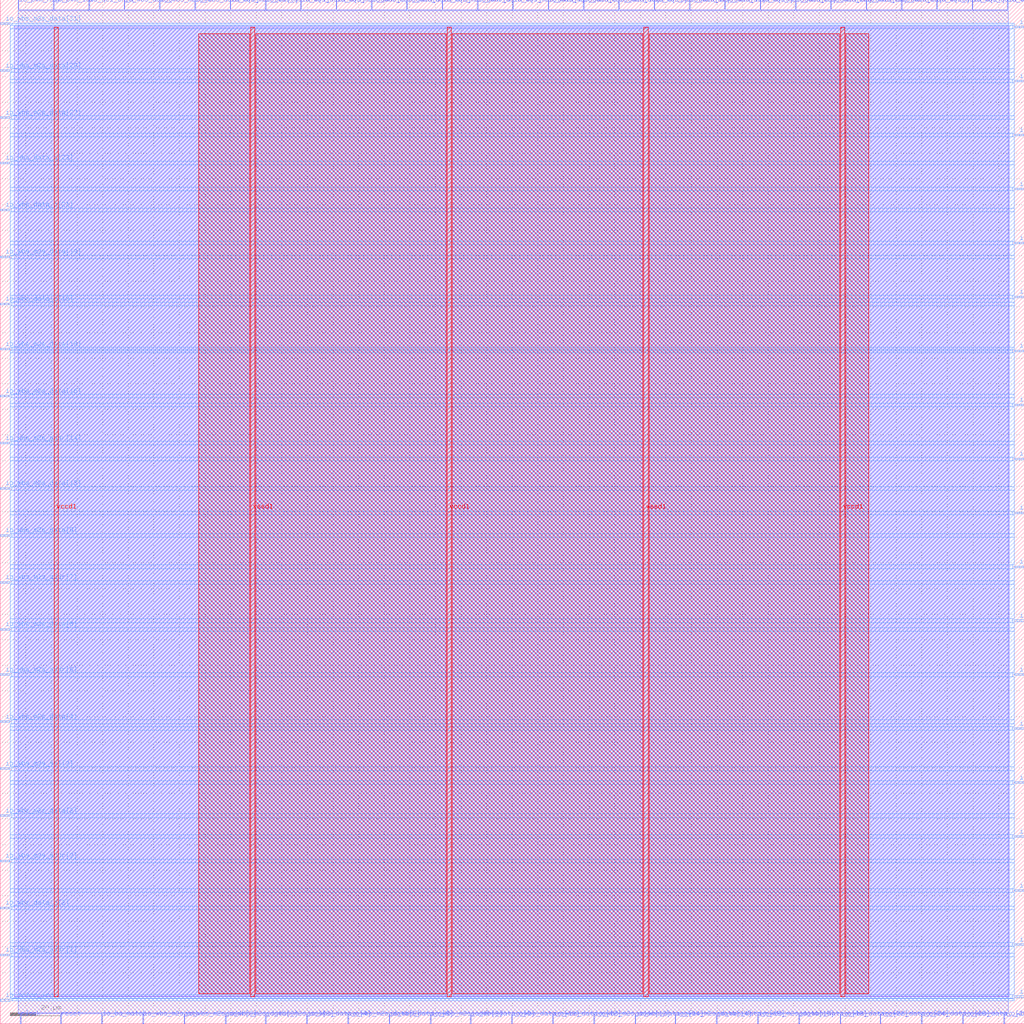
<source format=lef>
VERSION 5.7 ;
  NOWIREEXTENSIONATPIN ON ;
  DIVIDERCHAR "/" ;
  BUSBITCHARS "[]" ;
MACRO Motor_Top
  CLASS BLOCK ;
  FOREIGN Motor_Top ;
  ORIGIN 0.000 0.000 ;
  SIZE 400.000 BY 400.000 ;
  PIN clock
    DIRECTION INPUT ;
    USE SIGNAL ;
    PORT
      LAYER met2 ;
        RECT 7.910 0.000 8.190 4.000 ;
    END
  END clock
  PIN io_ba_match
    DIRECTION INPUT ;
    USE SIGNAL ;
    PORT
      LAYER met2 ;
        RECT 39.650 0.000 39.930 4.000 ;
    END
  END io_ba_match
  PIN io_motor_irq
    DIRECTION OUTPUT TRISTATE ;
    USE SIGNAL ;
    PORT
      LAYER met3 ;
        RECT 0.000 8.880 4.000 9.480 ;
    END
  END io_motor_irq
  PIN io_pwm_high
    DIRECTION OUTPUT TRISTATE ;
    USE SIGNAL ;
    PORT
      LAYER met2 ;
        RECT 6.990 396.000 7.270 400.000 ;
    END
  END io_pwm_high
  PIN io_pwm_low
    DIRECTION OUTPUT TRISTATE ;
    USE SIGNAL ;
    PORT
      LAYER met2 ;
        RECT 20.790 396.000 21.070 400.000 ;
    END
  END io_pwm_low
  PIN io_qei_ch_a
    DIRECTION INPUT ;
    USE SIGNAL ;
    PORT
      LAYER met2 ;
        RECT 34.590 396.000 34.870 400.000 ;
    END
  END io_qei_ch_a
  PIN io_qei_ch_b
    DIRECTION INPUT ;
    USE SIGNAL ;
    PORT
      LAYER met3 ;
        RECT 396.000 10.240 400.000 10.840 ;
    END
  END io_qei_ch_b
  PIN io_wbs_ack_o
    DIRECTION OUTPUT TRISTATE ;
    USE SIGNAL ;
    PORT
      LAYER met2 ;
        RECT 48.390 396.000 48.670 400.000 ;
    END
  END io_wbs_ack_o
  PIN io_wbs_data_o[0]
    DIRECTION OUTPUT TRISTATE ;
    USE SIGNAL ;
    PORT
      LAYER met2 ;
        RECT 75.990 396.000 76.270 400.000 ;
    END
  END io_wbs_data_o[0]
  PIN io_wbs_data_o[10]
    DIRECTION OUTPUT TRISTATE ;
    USE SIGNAL ;
    PORT
      LAYER met2 ;
        RECT 199.730 0.000 200.010 4.000 ;
    END
  END io_wbs_data_o[10]
  PIN io_wbs_data_o[11]
    DIRECTION OUTPUT TRISTATE ;
    USE SIGNAL ;
    PORT
      LAYER met2 ;
        RECT 241.590 396.000 241.870 400.000 ;
    END
  END io_wbs_data_o[11]
  PIN io_wbs_data_o[12]
    DIRECTION OUTPUT TRISTATE ;
    USE SIGNAL ;
    PORT
      LAYER met2 ;
        RECT 215.830 0.000 216.110 4.000 ;
    END
  END io_wbs_data_o[12]
  PIN io_wbs_data_o[13]
    DIRECTION OUTPUT TRISTATE ;
    USE SIGNAL ;
    PORT
      LAYER met3 ;
        RECT 396.000 199.280 400.000 199.880 ;
    END
  END io_wbs_data_o[13]
  PIN io_wbs_data_o[14]
    DIRECTION OUTPUT TRISTATE ;
    USE SIGNAL ;
    PORT
      LAYER met2 ;
        RECT 248.030 0.000 248.310 4.000 ;
    END
  END io_wbs_data_o[14]
  PIN io_wbs_data_o[15]
    DIRECTION OUTPUT TRISTATE ;
    USE SIGNAL ;
    PORT
      LAYER met2 ;
        RECT 279.770 0.000 280.050 4.000 ;
    END
  END io_wbs_data_o[15]
  PIN io_wbs_data_o[16]
    DIRECTION OUTPUT TRISTATE ;
    USE SIGNAL ;
    PORT
      LAYER met3 ;
        RECT 396.000 262.520 400.000 263.120 ;
    END
  END io_wbs_data_o[16]
  PIN io_wbs_data_o[17]
    DIRECTION OUTPUT TRISTATE ;
    USE SIGNAL ;
    PORT
      LAYER met3 ;
        RECT 396.000 283.600 400.000 284.200 ;
    END
  END io_wbs_data_o[17]
  PIN io_wbs_data_o[18]
    DIRECTION OUTPUT TRISTATE ;
    USE SIGNAL ;
    PORT
      LAYER met2 ;
        RECT 311.970 0.000 312.250 4.000 ;
    END
  END io_wbs_data_o[18]
  PIN io_wbs_data_o[19]
    DIRECTION OUTPUT TRISTATE ;
    USE SIGNAL ;
    PORT
      LAYER met3 ;
        RECT 0.000 280.880 4.000 281.480 ;
    END
  END io_wbs_data_o[19]
  PIN io_wbs_data_o[1]
    DIRECTION OUTPUT TRISTATE ;
    USE SIGNAL ;
    PORT
      LAYER met2 ;
        RECT 103.590 396.000 103.870 400.000 ;
    END
  END io_wbs_data_o[1]
  PIN io_wbs_data_o[20]
    DIRECTION OUTPUT TRISTATE ;
    USE SIGNAL ;
    PORT
      LAYER met2 ;
        RECT 282.990 396.000 283.270 400.000 ;
    END
  END io_wbs_data_o[20]
  PIN io_wbs_data_o[21]
    DIRECTION OUTPUT TRISTATE ;
    USE SIGNAL ;
    PORT
      LAYER met3 ;
        RECT 0.000 317.600 4.000 318.200 ;
    END
  END io_wbs_data_o[21]
  PIN io_wbs_data_o[22]
    DIRECTION OUTPUT TRISTATE ;
    USE SIGNAL ;
    PORT
      LAYER met2 ;
        RECT 328.070 0.000 328.350 4.000 ;
    END
  END io_wbs_data_o[22]
  PIN io_wbs_data_o[23]
    DIRECTION OUTPUT TRISTATE ;
    USE SIGNAL ;
    PORT
      LAYER met3 ;
        RECT 0.000 335.960 4.000 336.560 ;
    END
  END io_wbs_data_o[23]
  PIN io_wbs_data_o[24]
    DIRECTION OUTPUT TRISTATE ;
    USE SIGNAL ;
    PORT
      LAYER met2 ;
        RECT 343.710 0.000 343.990 4.000 ;
    END
  END io_wbs_data_o[24]
  PIN io_wbs_data_o[25]
    DIRECTION OUTPUT TRISTATE ;
    USE SIGNAL ;
    PORT
      LAYER met2 ;
        RECT 359.810 0.000 360.090 4.000 ;
    END
  END io_wbs_data_o[25]
  PIN io_wbs_data_o[26]
    DIRECTION OUTPUT TRISTATE ;
    USE SIGNAL ;
    PORT
      LAYER met2 ;
        RECT 351.990 396.000 352.270 400.000 ;
    END
  END io_wbs_data_o[26]
  PIN io_wbs_data_o[27]
    DIRECTION OUTPUT TRISTATE ;
    USE SIGNAL ;
    PORT
      LAYER met2 ;
        RECT 365.790 396.000 366.070 400.000 ;
    END
  END io_wbs_data_o[27]
  PIN io_wbs_data_o[28]
    DIRECTION OUTPUT TRISTATE ;
    USE SIGNAL ;
    PORT
      LAYER met2 ;
        RECT 375.910 0.000 376.190 4.000 ;
    END
  END io_wbs_data_o[28]
  PIN io_wbs_data_o[29]
    DIRECTION OUTPUT TRISTATE ;
    USE SIGNAL ;
    PORT
      LAYER met2 ;
        RECT 379.590 396.000 379.870 400.000 ;
    END
  END io_wbs_data_o[29]
  PIN io_wbs_data_o[2]
    DIRECTION OUTPUT TRISTATE ;
    USE SIGNAL ;
    PORT
      LAYER met3 ;
        RECT 0.000 44.920 4.000 45.520 ;
    END
  END io_wbs_data_o[2]
  PIN io_wbs_data_o[30]
    DIRECTION OUTPUT TRISTATE ;
    USE SIGNAL ;
    PORT
      LAYER met2 ;
        RECT 393.390 396.000 393.670 400.000 ;
    END
  END io_wbs_data_o[30]
  PIN io_wbs_data_o[31]
    DIRECTION OUTPUT TRISTATE ;
    USE SIGNAL ;
    PORT
      LAYER met3 ;
        RECT 396.000 389.000 400.000 389.600 ;
    END
  END io_wbs_data_o[31]
  PIN io_wbs_data_o[3]
    DIRECTION OUTPUT TRISTATE ;
    USE SIGNAL ;
    PORT
      LAYER met2 ;
        RECT 117.390 396.000 117.670 400.000 ;
    END
  END io_wbs_data_o[3]
  PIN io_wbs_data_o[4]
    DIRECTION OUTPUT TRISTATE ;
    USE SIGNAL ;
    PORT
      LAYER met2 ;
        RECT 119.690 0.000 119.970 4.000 ;
    END
  END io_wbs_data_o[4]
  PIN io_wbs_data_o[5]
    DIRECTION OUTPUT TRISTATE ;
    USE SIGNAL ;
    PORT
      LAYER met2 ;
        RECT 158.790 396.000 159.070 400.000 ;
    END
  END io_wbs_data_o[5]
  PIN io_wbs_data_o[6]
    DIRECTION OUTPUT TRISTATE ;
    USE SIGNAL ;
    PORT
      LAYER met3 ;
        RECT 396.000 93.880 400.000 94.480 ;
    END
  END io_wbs_data_o[6]
  PIN io_wbs_data_o[7]
    DIRECTION OUTPUT TRISTATE ;
    USE SIGNAL ;
    PORT
      LAYER met2 ;
        RECT 186.390 396.000 186.670 400.000 ;
    END
  END io_wbs_data_o[7]
  PIN io_wbs_data_o[8]
    DIRECTION OUTPUT TRISTATE ;
    USE SIGNAL ;
    PORT
      LAYER met2 ;
        RECT 151.890 0.000 152.170 4.000 ;
    END
  END io_wbs_data_o[8]
  PIN io_wbs_data_o[9]
    DIRECTION OUTPUT TRISTATE ;
    USE SIGNAL ;
    PORT
      LAYER met2 ;
        RECT 183.630 0.000 183.910 4.000 ;
    END
  END io_wbs_data_o[9]
  PIN io_wbs_m2s_addr[0]
    DIRECTION INPUT ;
    USE SIGNAL ;
    PORT
      LAYER met2 ;
        RECT 71.850 0.000 72.130 4.000 ;
    END
  END io_wbs_m2s_addr[0]
  PIN io_wbs_m2s_addr[10]
    DIRECTION INPUT ;
    USE SIGNAL ;
    PORT
      LAYER met3 ;
        RECT 396.000 136.040 400.000 136.640 ;
    END
  END io_wbs_m2s_addr[10]
  PIN io_wbs_m2s_addr[11]
    DIRECTION INPUT ;
    USE SIGNAL ;
    PORT
      LAYER met3 ;
        RECT 396.000 157.120 400.000 157.720 ;
    END
  END io_wbs_m2s_addr[11]
  PIN io_wbs_m2s_addr[12]
    DIRECTION INPUT ;
    USE SIGNAL ;
    PORT
      LAYER met2 ;
        RECT 231.930 0.000 232.210 4.000 ;
    END
  END io_wbs_m2s_addr[12]
  PIN io_wbs_m2s_addr[13]
    DIRECTION INPUT ;
    USE SIGNAL ;
    PORT
      LAYER met3 ;
        RECT 396.000 220.360 400.000 220.960 ;
    END
  END io_wbs_m2s_addr[13]
  PIN io_wbs_m2s_addr[14]
    DIRECTION INPUT ;
    USE SIGNAL ;
    PORT
      LAYER met3 ;
        RECT 0.000 226.480 4.000 227.080 ;
    END
  END io_wbs_m2s_addr[14]
  PIN io_wbs_m2s_addr[15]
    DIRECTION INPUT ;
    USE SIGNAL ;
    PORT
      LAYER met3 ;
        RECT 396.000 241.440 400.000 242.040 ;
    END
  END io_wbs_m2s_addr[15]
  PIN io_wbs_m2s_addr[1]
    DIRECTION INPUT ;
    USE SIGNAL ;
    PORT
      LAYER met3 ;
        RECT 0.000 26.560 4.000 27.160 ;
    END
  END io_wbs_m2s_addr[1]
  PIN io_wbs_m2s_addr[2]
    DIRECTION INPUT ;
    USE SIGNAL ;
    PORT
      LAYER met3 ;
        RECT 0.000 63.280 4.000 63.880 ;
    END
  END io_wbs_m2s_addr[2]
  PIN io_wbs_m2s_addr[3]
    DIRECTION INPUT ;
    USE SIGNAL ;
    PORT
      LAYER met2 ;
        RECT 131.190 396.000 131.470 400.000 ;
    END
  END io_wbs_m2s_addr[3]
  PIN io_wbs_m2s_addr[4]
    DIRECTION INPUT ;
    USE SIGNAL ;
    PORT
      LAYER met3 ;
        RECT 396.000 72.800 400.000 73.400 ;
    END
  END io_wbs_m2s_addr[4]
  PIN io_wbs_m2s_addr[5]
    DIRECTION INPUT ;
    USE SIGNAL ;
    PORT
      LAYER met2 ;
        RECT 172.590 396.000 172.870 400.000 ;
    END
  END io_wbs_m2s_addr[5]
  PIN io_wbs_m2s_addr[6]
    DIRECTION INPUT ;
    USE SIGNAL ;
    PORT
      LAYER met3 ;
        RECT 0.000 136.040 4.000 136.640 ;
    END
  END io_wbs_m2s_addr[6]
  PIN io_wbs_m2s_addr[7]
    DIRECTION INPUT ;
    USE SIGNAL ;
    PORT
      LAYER met3 ;
        RECT 0.000 172.080 4.000 172.680 ;
    END
  END io_wbs_m2s_addr[7]
  PIN io_wbs_m2s_addr[8]
    DIRECTION INPUT ;
    USE SIGNAL ;
    PORT
      LAYER met2 ;
        RECT 167.990 0.000 168.270 4.000 ;
    END
  END io_wbs_m2s_addr[8]
  PIN io_wbs_m2s_addr[9]
    DIRECTION INPUT ;
    USE SIGNAL ;
    PORT
      LAYER met3 ;
        RECT 396.000 114.960 400.000 115.560 ;
    END
  END io_wbs_m2s_addr[9]
  PIN io_wbs_m2s_data[0]
    DIRECTION INPUT ;
    USE SIGNAL ;
    PORT
      LAYER met2 ;
        RECT 87.950 0.000 88.230 4.000 ;
    END
  END io_wbs_m2s_data[0]
  PIN io_wbs_m2s_data[10]
    DIRECTION INPUT ;
    USE SIGNAL ;
    PORT
      LAYER met2 ;
        RECT 227.790 396.000 228.070 400.000 ;
    END
  END io_wbs_m2s_data[10]
  PIN io_wbs_m2s_data[11]
    DIRECTION INPUT ;
    USE SIGNAL ;
    PORT
      LAYER met3 ;
        RECT 396.000 178.200 400.000 178.800 ;
    END
  END io_wbs_m2s_data[11]
  PIN io_wbs_m2s_data[12]
    DIRECTION INPUT ;
    USE SIGNAL ;
    PORT
      LAYER met2 ;
        RECT 255.390 396.000 255.670 400.000 ;
    END
  END io_wbs_m2s_data[12]
  PIN io_wbs_m2s_data[13]
    DIRECTION INPUT ;
    USE SIGNAL ;
    PORT
      LAYER met3 ;
        RECT 0.000 208.800 4.000 209.400 ;
    END
  END io_wbs_m2s_data[13]
  PIN io_wbs_m2s_data[14]
    DIRECTION INPUT ;
    USE SIGNAL ;
    PORT
      LAYER met2 ;
        RECT 263.670 0.000 263.950 4.000 ;
    END
  END io_wbs_m2s_data[14]
  PIN io_wbs_m2s_data[15]
    DIRECTION INPUT ;
    USE SIGNAL ;
    PORT
      LAYER met2 ;
        RECT 295.870 0.000 296.150 4.000 ;
    END
  END io_wbs_m2s_data[15]
  PIN io_wbs_m2s_data[16]
    DIRECTION INPUT ;
    USE SIGNAL ;
    PORT
      LAYER met3 ;
        RECT 0.000 244.840 4.000 245.440 ;
    END
  END io_wbs_m2s_data[16]
  PIN io_wbs_m2s_data[17]
    DIRECTION INPUT ;
    USE SIGNAL ;
    PORT
      LAYER met2 ;
        RECT 269.190 396.000 269.470 400.000 ;
    END
  END io_wbs_m2s_data[17]
  PIN io_wbs_m2s_data[18]
    DIRECTION INPUT ;
    USE SIGNAL ;
    PORT
      LAYER met3 ;
        RECT 0.000 263.200 4.000 263.800 ;
    END
  END io_wbs_m2s_data[18]
  PIN io_wbs_m2s_data[19]
    DIRECTION INPUT ;
    USE SIGNAL ;
    PORT
      LAYER met3 ;
        RECT 0.000 299.240 4.000 299.840 ;
    END
  END io_wbs_m2s_data[19]
  PIN io_wbs_m2s_data[1]
    DIRECTION INPUT ;
    USE SIGNAL ;
    PORT
      LAYER met3 ;
        RECT 396.000 30.640 400.000 31.240 ;
    END
  END io_wbs_m2s_data[1]
  PIN io_wbs_m2s_data[20]
    DIRECTION INPUT ;
    USE SIGNAL ;
    PORT
      LAYER met3 ;
        RECT 396.000 304.680 400.000 305.280 ;
    END
  END io_wbs_m2s_data[20]
  PIN io_wbs_m2s_data[21]
    DIRECTION INPUT ;
    USE SIGNAL ;
    PORT
      LAYER met2 ;
        RECT 296.790 396.000 297.070 400.000 ;
    END
  END io_wbs_m2s_data[21]
  PIN io_wbs_m2s_data[22]
    DIRECTION INPUT ;
    USE SIGNAL ;
    PORT
      LAYER met2 ;
        RECT 310.590 396.000 310.870 400.000 ;
    END
  END io_wbs_m2s_data[22]
  PIN io_wbs_m2s_data[23]
    DIRECTION INPUT ;
    USE SIGNAL ;
    PORT
      LAYER met3 ;
        RECT 396.000 325.760 400.000 326.360 ;
    END
  END io_wbs_m2s_data[23]
  PIN io_wbs_m2s_data[24]
    DIRECTION INPUT ;
    USE SIGNAL ;
    PORT
      LAYER met2 ;
        RECT 324.390 396.000 324.670 400.000 ;
    END
  END io_wbs_m2s_data[24]
  PIN io_wbs_m2s_data[25]
    DIRECTION INPUT ;
    USE SIGNAL ;
    PORT
      LAYER met2 ;
        RECT 338.190 396.000 338.470 400.000 ;
    END
  END io_wbs_m2s_data[25]
  PIN io_wbs_m2s_data[26]
    DIRECTION INPUT ;
    USE SIGNAL ;
    PORT
      LAYER met3 ;
        RECT 396.000 346.840 400.000 347.440 ;
    END
  END io_wbs_m2s_data[26]
  PIN io_wbs_m2s_data[27]
    DIRECTION INPUT ;
    USE SIGNAL ;
    PORT
      LAYER met3 ;
        RECT 0.000 353.640 4.000 354.240 ;
    END
  END io_wbs_m2s_data[27]
  PIN io_wbs_m2s_data[28]
    DIRECTION INPUT ;
    USE SIGNAL ;
    PORT
      LAYER met2 ;
        RECT 392.010 0.000 392.290 4.000 ;
    END
  END io_wbs_m2s_data[28]
  PIN io_wbs_m2s_data[29]
    DIRECTION INPUT ;
    USE SIGNAL ;
    PORT
      LAYER met3 ;
        RECT 0.000 372.000 4.000 372.600 ;
    END
  END io_wbs_m2s_data[29]
  PIN io_wbs_m2s_data[2]
    DIRECTION INPUT ;
    USE SIGNAL ;
    PORT
      LAYER met3 ;
        RECT 0.000 80.960 4.000 81.560 ;
    END
  END io_wbs_m2s_data[2]
  PIN io_wbs_m2s_data[30]
    DIRECTION INPUT ;
    USE SIGNAL ;
    PORT
      LAYER met3 ;
        RECT 396.000 367.920 400.000 368.520 ;
    END
  END io_wbs_m2s_data[30]
  PIN io_wbs_m2s_data[31]
    DIRECTION INPUT ;
    USE SIGNAL ;
    PORT
      LAYER met3 ;
        RECT 0.000 390.360 4.000 390.960 ;
    END
  END io_wbs_m2s_data[31]
  PIN io_wbs_m2s_data[3]
    DIRECTION INPUT ;
    USE SIGNAL ;
    PORT
      LAYER met2 ;
        RECT 144.990 396.000 145.270 400.000 ;
    END
  END io_wbs_m2s_data[3]
  PIN io_wbs_m2s_data[4]
    DIRECTION INPUT ;
    USE SIGNAL ;
    PORT
      LAYER met3 ;
        RECT 0.000 117.680 4.000 118.280 ;
    END
  END io_wbs_m2s_data[4]
  PIN io_wbs_m2s_data[5]
    DIRECTION INPUT ;
    USE SIGNAL ;
    PORT
      LAYER met2 ;
        RECT 135.790 0.000 136.070 4.000 ;
    END
  END io_wbs_m2s_data[5]
  PIN io_wbs_m2s_data[6]
    DIRECTION INPUT ;
    USE SIGNAL ;
    PORT
      LAYER met3 ;
        RECT 0.000 153.720 4.000 154.320 ;
    END
  END io_wbs_m2s_data[6]
  PIN io_wbs_m2s_data[7]
    DIRECTION INPUT ;
    USE SIGNAL ;
    PORT
      LAYER met2 ;
        RECT 200.190 396.000 200.470 400.000 ;
    END
  END io_wbs_m2s_data[7]
  PIN io_wbs_m2s_data[8]
    DIRECTION INPUT ;
    USE SIGNAL ;
    PORT
      LAYER met2 ;
        RECT 213.990 396.000 214.270 400.000 ;
    END
  END io_wbs_m2s_data[8]
  PIN io_wbs_m2s_data[9]
    DIRECTION INPUT ;
    USE SIGNAL ;
    PORT
      LAYER met3 ;
        RECT 0.000 190.440 4.000 191.040 ;
    END
  END io_wbs_m2s_data[9]
  PIN io_wbs_m2s_sel[0]
    DIRECTION INPUT ;
    USE SIGNAL ;
    PORT
      LAYER met2 ;
        RECT 89.790 396.000 90.070 400.000 ;
    END
  END io_wbs_m2s_sel[0]
  PIN io_wbs_m2s_sel[1]
    DIRECTION INPUT ;
    USE SIGNAL ;
    PORT
      LAYER met3 ;
        RECT 396.000 51.720 400.000 52.320 ;
    END
  END io_wbs_m2s_sel[1]
  PIN io_wbs_m2s_sel[2]
    DIRECTION INPUT ;
    USE SIGNAL ;
    PORT
      LAYER met3 ;
        RECT 0.000 99.320 4.000 99.920 ;
    END
  END io_wbs_m2s_sel[2]
  PIN io_wbs_m2s_sel[3]
    DIRECTION INPUT ;
    USE SIGNAL ;
    PORT
      LAYER met2 ;
        RECT 103.590 0.000 103.870 4.000 ;
    END
  END io_wbs_m2s_sel[3]
  PIN io_wbs_m2s_stb
    DIRECTION INPUT ;
    USE SIGNAL ;
    PORT
      LAYER met2 ;
        RECT 55.750 0.000 56.030 4.000 ;
    END
  END io_wbs_m2s_stb
  PIN io_wbs_m2s_we
    DIRECTION INPUT ;
    USE SIGNAL ;
    PORT
      LAYER met2 ;
        RECT 62.190 396.000 62.470 400.000 ;
    END
  END io_wbs_m2s_we
  PIN reset
    DIRECTION INPUT ;
    USE SIGNAL ;
    PORT
      LAYER met2 ;
        RECT 23.550 0.000 23.830 4.000 ;
    END
  END reset
  PIN vccd1
    DIRECTION INPUT ;
    USE POWER ;
    PORT
      LAYER met4 ;
        RECT 21.040 10.640 22.640 389.200 ;
    END
    PORT
      LAYER met4 ;
        RECT 174.640 10.640 176.240 389.200 ;
    END
    PORT
      LAYER met4 ;
        RECT 328.240 10.640 329.840 389.200 ;
    END
  END vccd1
  PIN vssd1
    DIRECTION INPUT ;
    USE GROUND ;
    PORT
      LAYER met4 ;
        RECT 97.840 10.640 99.440 389.200 ;
    END
    PORT
      LAYER met4 ;
        RECT 251.440 10.640 253.040 389.200 ;
    END
  END vssd1
  OBS
      LAYER li1 ;
        RECT 5.520 10.795 394.220 389.045 ;
      LAYER met1 ;
        RECT 5.520 10.640 394.220 389.600 ;
      LAYER met2 ;
        RECT 7.550 395.720 20.510 396.000 ;
        RECT 21.350 395.720 34.310 396.000 ;
        RECT 35.150 395.720 48.110 396.000 ;
        RECT 48.950 395.720 61.910 396.000 ;
        RECT 62.750 395.720 75.710 396.000 ;
        RECT 76.550 395.720 89.510 396.000 ;
        RECT 90.350 395.720 103.310 396.000 ;
        RECT 104.150 395.720 117.110 396.000 ;
        RECT 117.950 395.720 130.910 396.000 ;
        RECT 131.750 395.720 144.710 396.000 ;
        RECT 145.550 395.720 158.510 396.000 ;
        RECT 159.350 395.720 172.310 396.000 ;
        RECT 173.150 395.720 186.110 396.000 ;
        RECT 186.950 395.720 199.910 396.000 ;
        RECT 200.750 395.720 213.710 396.000 ;
        RECT 214.550 395.720 227.510 396.000 ;
        RECT 228.350 395.720 241.310 396.000 ;
        RECT 242.150 395.720 255.110 396.000 ;
        RECT 255.950 395.720 268.910 396.000 ;
        RECT 269.750 395.720 282.710 396.000 ;
        RECT 283.550 395.720 296.510 396.000 ;
        RECT 297.350 395.720 310.310 396.000 ;
        RECT 311.150 395.720 324.110 396.000 ;
        RECT 324.950 395.720 337.910 396.000 ;
        RECT 338.750 395.720 351.710 396.000 ;
        RECT 352.550 395.720 365.510 396.000 ;
        RECT 366.350 395.720 379.310 396.000 ;
        RECT 380.150 395.720 393.110 396.000 ;
        RECT 6.990 4.280 393.660 395.720 ;
        RECT 6.990 4.000 7.630 4.280 ;
        RECT 8.470 4.000 23.270 4.280 ;
        RECT 24.110 4.000 39.370 4.280 ;
        RECT 40.210 4.000 55.470 4.280 ;
        RECT 56.310 4.000 71.570 4.280 ;
        RECT 72.410 4.000 87.670 4.280 ;
        RECT 88.510 4.000 103.310 4.280 ;
        RECT 104.150 4.000 119.410 4.280 ;
        RECT 120.250 4.000 135.510 4.280 ;
        RECT 136.350 4.000 151.610 4.280 ;
        RECT 152.450 4.000 167.710 4.280 ;
        RECT 168.550 4.000 183.350 4.280 ;
        RECT 184.190 4.000 199.450 4.280 ;
        RECT 200.290 4.000 215.550 4.280 ;
        RECT 216.390 4.000 231.650 4.280 ;
        RECT 232.490 4.000 247.750 4.280 ;
        RECT 248.590 4.000 263.390 4.280 ;
        RECT 264.230 4.000 279.490 4.280 ;
        RECT 280.330 4.000 295.590 4.280 ;
        RECT 296.430 4.000 311.690 4.280 ;
        RECT 312.530 4.000 327.790 4.280 ;
        RECT 328.630 4.000 343.430 4.280 ;
        RECT 344.270 4.000 359.530 4.280 ;
        RECT 360.370 4.000 375.630 4.280 ;
        RECT 376.470 4.000 391.730 4.280 ;
        RECT 392.570 4.000 393.660 4.280 ;
      LAYER met3 ;
        RECT 4.400 390.000 396.000 390.825 ;
        RECT 4.400 389.960 395.600 390.000 ;
        RECT 4.000 388.600 395.600 389.960 ;
        RECT 4.000 373.000 396.000 388.600 ;
        RECT 4.400 371.600 396.000 373.000 ;
        RECT 4.000 368.920 396.000 371.600 ;
        RECT 4.000 367.520 395.600 368.920 ;
        RECT 4.000 354.640 396.000 367.520 ;
        RECT 4.400 353.240 396.000 354.640 ;
        RECT 4.000 347.840 396.000 353.240 ;
        RECT 4.000 346.440 395.600 347.840 ;
        RECT 4.000 336.960 396.000 346.440 ;
        RECT 4.400 335.560 396.000 336.960 ;
        RECT 4.000 326.760 396.000 335.560 ;
        RECT 4.000 325.360 395.600 326.760 ;
        RECT 4.000 318.600 396.000 325.360 ;
        RECT 4.400 317.200 396.000 318.600 ;
        RECT 4.000 305.680 396.000 317.200 ;
        RECT 4.000 304.280 395.600 305.680 ;
        RECT 4.000 300.240 396.000 304.280 ;
        RECT 4.400 298.840 396.000 300.240 ;
        RECT 4.000 284.600 396.000 298.840 ;
        RECT 4.000 283.200 395.600 284.600 ;
        RECT 4.000 281.880 396.000 283.200 ;
        RECT 4.400 280.480 396.000 281.880 ;
        RECT 4.000 264.200 396.000 280.480 ;
        RECT 4.400 263.520 396.000 264.200 ;
        RECT 4.400 262.800 395.600 263.520 ;
        RECT 4.000 262.120 395.600 262.800 ;
        RECT 4.000 245.840 396.000 262.120 ;
        RECT 4.400 244.440 396.000 245.840 ;
        RECT 4.000 242.440 396.000 244.440 ;
        RECT 4.000 241.040 395.600 242.440 ;
        RECT 4.000 227.480 396.000 241.040 ;
        RECT 4.400 226.080 396.000 227.480 ;
        RECT 4.000 221.360 396.000 226.080 ;
        RECT 4.000 219.960 395.600 221.360 ;
        RECT 4.000 209.800 396.000 219.960 ;
        RECT 4.400 208.400 396.000 209.800 ;
        RECT 4.000 200.280 396.000 208.400 ;
        RECT 4.000 198.880 395.600 200.280 ;
        RECT 4.000 191.440 396.000 198.880 ;
        RECT 4.400 190.040 396.000 191.440 ;
        RECT 4.000 179.200 396.000 190.040 ;
        RECT 4.000 177.800 395.600 179.200 ;
        RECT 4.000 173.080 396.000 177.800 ;
        RECT 4.400 171.680 396.000 173.080 ;
        RECT 4.000 158.120 396.000 171.680 ;
        RECT 4.000 156.720 395.600 158.120 ;
        RECT 4.000 154.720 396.000 156.720 ;
        RECT 4.400 153.320 396.000 154.720 ;
        RECT 4.000 137.040 396.000 153.320 ;
        RECT 4.400 135.640 395.600 137.040 ;
        RECT 4.000 118.680 396.000 135.640 ;
        RECT 4.400 117.280 396.000 118.680 ;
        RECT 4.000 115.960 396.000 117.280 ;
        RECT 4.000 114.560 395.600 115.960 ;
        RECT 4.000 100.320 396.000 114.560 ;
        RECT 4.400 98.920 396.000 100.320 ;
        RECT 4.000 94.880 396.000 98.920 ;
        RECT 4.000 93.480 395.600 94.880 ;
        RECT 4.000 81.960 396.000 93.480 ;
        RECT 4.400 80.560 396.000 81.960 ;
        RECT 4.000 73.800 396.000 80.560 ;
        RECT 4.000 72.400 395.600 73.800 ;
        RECT 4.000 64.280 396.000 72.400 ;
        RECT 4.400 62.880 396.000 64.280 ;
        RECT 4.000 52.720 396.000 62.880 ;
        RECT 4.000 51.320 395.600 52.720 ;
        RECT 4.000 45.920 396.000 51.320 ;
        RECT 4.400 44.520 396.000 45.920 ;
        RECT 4.000 31.640 396.000 44.520 ;
        RECT 4.000 30.240 395.600 31.640 ;
        RECT 4.000 27.560 396.000 30.240 ;
        RECT 4.400 26.160 396.000 27.560 ;
        RECT 4.000 11.240 396.000 26.160 ;
        RECT 4.000 9.880 395.600 11.240 ;
        RECT 4.400 9.840 395.600 9.880 ;
        RECT 4.400 9.015 396.000 9.840 ;
      LAYER met4 ;
        RECT 77.575 11.735 97.440 386.745 ;
        RECT 99.840 11.735 174.240 386.745 ;
        RECT 176.640 11.735 251.040 386.745 ;
        RECT 253.440 11.735 327.840 386.745 ;
        RECT 330.240 11.735 339.185 386.745 ;
  END
END Motor_Top
END LIBRARY


</source>
